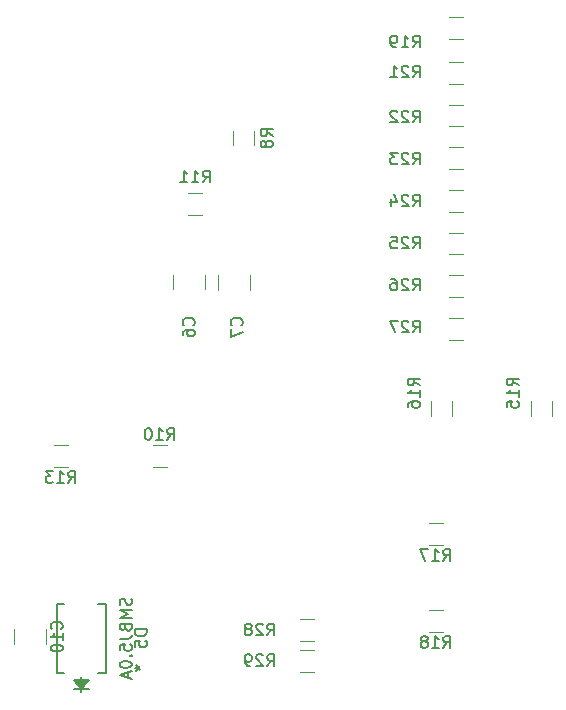
<source format=gbr>
%TF.GenerationSoftware,KiCad,Pcbnew,5.0.2-bee76a0~70~ubuntu16.04.1*%
%TF.CreationDate,2019-03-24T16:15:12-07:00*%
%TF.ProjectId,Pi_Breakout_Board,50695f42-7265-4616-9b6f-75745f426f61,rev?*%
%TF.SameCoordinates,Original*%
%TF.FileFunction,Legend,Bot*%
%TF.FilePolarity,Positive*%
%FSLAX46Y46*%
G04 Gerber Fmt 4.6, Leading zero omitted, Abs format (unit mm)*
G04 Created by KiCad (PCBNEW 5.0.2-bee76a0~70~ubuntu16.04.1) date Sun 24 Mar 2019 04:15:12 PM PDT*
%MOMM*%
%LPD*%
G01*
G04 APERTURE LIST*
%ADD10C,0.120000*%
%ADD11C,0.152400*%
%ADD12C,0.150000*%
G04 APERTURE END LIST*
D10*
%TO.C,C6*%
X73496000Y-109125936D02*
X73496000Y-110330064D01*
X70776000Y-109125936D02*
X70776000Y-110330064D01*
%TO.C,C7*%
X74586000Y-109162436D02*
X74586000Y-110366564D01*
X77306000Y-109162436D02*
X77306000Y-110366564D01*
%TO.C,C10*%
X60033999Y-140338564D02*
X60033999Y-139134436D01*
X57313999Y-140338564D02*
X57313999Y-139134436D01*
%TO.C,R8*%
X77618000Y-98138064D02*
X77618000Y-96933936D01*
X75798000Y-98138064D02*
X75798000Y-96933936D01*
%TO.C,R10*%
X70234564Y-123550000D02*
X69030436Y-123550000D01*
X70234564Y-125370000D02*
X69030436Y-125370000D01*
%TO.C,R11*%
X73246064Y-104034000D02*
X72041936Y-104034000D01*
X73246064Y-102214000D02*
X72041936Y-102214000D01*
%TO.C,R13*%
X60648436Y-123550000D02*
X61852564Y-123550000D01*
X60648436Y-125370000D02*
X61852564Y-125370000D01*
%TO.C,R15*%
X102885000Y-121034564D02*
X102885000Y-119830436D01*
X101065000Y-121034564D02*
X101065000Y-119830436D01*
%TO.C,R16*%
X92562000Y-121034564D02*
X92562000Y-119830436D01*
X94382000Y-121034564D02*
X94382000Y-119830436D01*
%TO.C,R17*%
X92397936Y-130154000D02*
X93602064Y-130154000D01*
X92397936Y-131974000D02*
X93602064Y-131974000D01*
%TO.C,R18*%
X92398436Y-137520000D02*
X93602564Y-137520000D01*
X92398436Y-139340000D02*
X93602564Y-139340000D01*
%TO.C,R19*%
X94085436Y-89110000D02*
X95289564Y-89110000D01*
X94085436Y-87290000D02*
X95289564Y-87290000D01*
%TO.C,R21*%
X94106345Y-92931189D02*
X95310473Y-92931189D01*
X94106345Y-91111189D02*
X95310473Y-91111189D01*
%TO.C,R22*%
X94106345Y-94721617D02*
X95310473Y-94721617D01*
X94106345Y-96541617D02*
X95310473Y-96541617D01*
%TO.C,R23*%
X94106345Y-100152045D02*
X95310473Y-100152045D01*
X94106345Y-98332045D02*
X95310473Y-98332045D01*
%TO.C,R24*%
X94106345Y-103762473D02*
X95310473Y-103762473D01*
X94106345Y-101942473D02*
X95310473Y-101942473D01*
%TO.C,R25*%
X94106345Y-107372901D02*
X95310473Y-107372901D01*
X94106345Y-105552901D02*
X95310473Y-105552901D01*
%TO.C,R26*%
X94106345Y-109163333D02*
X95310473Y-109163333D01*
X94106345Y-110983333D02*
X95310473Y-110983333D01*
%TO.C,R27*%
X94085436Y-114605333D02*
X95289564Y-114605333D01*
X94085436Y-112785333D02*
X95289564Y-112785333D01*
%TO.C,R28*%
X82693284Y-140102000D02*
X81489156Y-140102000D01*
X82693284Y-138282000D02*
X81489156Y-138282000D01*
%TO.C,R29*%
X81501656Y-142703457D02*
X82705784Y-142703457D01*
X81501656Y-140883457D02*
X82705784Y-140883457D01*
D11*
%TO.C,D5*%
X64416940Y-136956800D02*
X65087500Y-136956800D01*
X61567060Y-142798800D02*
X60896500Y-142798800D01*
X65087500Y-142798800D02*
X64416940Y-142798800D01*
X65087500Y-136956800D02*
X65087500Y-142798800D01*
X60896500Y-136956800D02*
X61567060Y-136956800D01*
X60896500Y-142798800D02*
X60896500Y-136956800D01*
X63627000Y-143433800D02*
X62357000Y-143433800D01*
X62992000Y-144195800D02*
X62865000Y-143433800D01*
X62992000Y-144195800D02*
X62738000Y-143433800D01*
X62992000Y-144195800D02*
X62611000Y-143433800D01*
X62992000Y-144195800D02*
X62484000Y-143433800D01*
X62992000Y-144195800D02*
X62357000Y-143433800D01*
X62992000Y-144195800D02*
X63119000Y-143433800D01*
X62992000Y-144195800D02*
X63246000Y-143433800D01*
X62992000Y-144195800D02*
X63373000Y-143433800D01*
X62992000Y-144195800D02*
X63500000Y-143433800D01*
X62992000Y-144195800D02*
X63627000Y-143433800D01*
X63627000Y-144195800D02*
X62357000Y-144195800D01*
X62992000Y-143179800D02*
X62992000Y-144449800D01*
%TO.C,C6*%
D12*
X72493142Y-113371333D02*
X72540761Y-113323714D01*
X72588380Y-113180857D01*
X72588380Y-113085619D01*
X72540761Y-112942761D01*
X72445523Y-112847523D01*
X72350285Y-112799904D01*
X72159809Y-112752285D01*
X72016952Y-112752285D01*
X71826476Y-112799904D01*
X71731238Y-112847523D01*
X71636000Y-112942761D01*
X71588380Y-113085619D01*
X71588380Y-113180857D01*
X71636000Y-113323714D01*
X71683619Y-113371333D01*
X71588380Y-114228476D02*
X71588380Y-114038000D01*
X71636000Y-113942761D01*
X71683619Y-113895142D01*
X71826476Y-113799904D01*
X72016952Y-113752285D01*
X72397904Y-113752285D01*
X72493142Y-113799904D01*
X72540761Y-113847523D01*
X72588380Y-113942761D01*
X72588380Y-114133238D01*
X72540761Y-114228476D01*
X72493142Y-114276095D01*
X72397904Y-114323714D01*
X72159809Y-114323714D01*
X72064571Y-114276095D01*
X72016952Y-114228476D01*
X71969333Y-114133238D01*
X71969333Y-113942761D01*
X72016952Y-113847523D01*
X72064571Y-113799904D01*
X72159809Y-113752285D01*
%TO.C,C7*%
X76557142Y-113371333D02*
X76604761Y-113323714D01*
X76652380Y-113180857D01*
X76652380Y-113085619D01*
X76604761Y-112942761D01*
X76509523Y-112847523D01*
X76414285Y-112799904D01*
X76223809Y-112752285D01*
X76080952Y-112752285D01*
X75890476Y-112799904D01*
X75795238Y-112847523D01*
X75700000Y-112942761D01*
X75652380Y-113085619D01*
X75652380Y-113180857D01*
X75700000Y-113323714D01*
X75747619Y-113371333D01*
X75652380Y-113704666D02*
X75652380Y-114371333D01*
X76652380Y-113942761D01*
%TO.C,C10*%
X61311141Y-139093642D02*
X61358760Y-139046023D01*
X61406379Y-138903166D01*
X61406379Y-138807928D01*
X61358760Y-138665071D01*
X61263522Y-138569833D01*
X61168284Y-138522214D01*
X60977808Y-138474595D01*
X60834951Y-138474595D01*
X60644475Y-138522214D01*
X60549237Y-138569833D01*
X60453999Y-138665071D01*
X60406379Y-138807928D01*
X60406379Y-138903166D01*
X60453999Y-139046023D01*
X60501618Y-139093642D01*
X61406379Y-140046023D02*
X61406379Y-139474595D01*
X61406379Y-139760309D02*
X60406379Y-139760309D01*
X60549237Y-139665071D01*
X60644475Y-139569833D01*
X60692094Y-139474595D01*
X60406379Y-140665071D02*
X60406379Y-140760309D01*
X60453999Y-140855547D01*
X60501618Y-140903166D01*
X60596856Y-140950785D01*
X60787332Y-140998404D01*
X61025427Y-140998404D01*
X61215903Y-140950785D01*
X61311141Y-140903166D01*
X61358760Y-140855547D01*
X61406379Y-140760309D01*
X61406379Y-140665071D01*
X61358760Y-140569833D01*
X61311141Y-140522214D01*
X61215903Y-140474595D01*
X61025427Y-140426976D01*
X60787332Y-140426976D01*
X60596856Y-140474595D01*
X60501618Y-140522214D01*
X60453999Y-140569833D01*
X60406379Y-140665071D01*
%TO.C,R8*%
X79192380Y-97369333D02*
X78716190Y-97036000D01*
X79192380Y-96797904D02*
X78192380Y-96797904D01*
X78192380Y-97178857D01*
X78240000Y-97274095D01*
X78287619Y-97321714D01*
X78382857Y-97369333D01*
X78525714Y-97369333D01*
X78620952Y-97321714D01*
X78668571Y-97274095D01*
X78716190Y-97178857D01*
X78716190Y-96797904D01*
X78620952Y-97940761D02*
X78573333Y-97845523D01*
X78525714Y-97797904D01*
X78430476Y-97750285D01*
X78382857Y-97750285D01*
X78287619Y-97797904D01*
X78240000Y-97845523D01*
X78192380Y-97940761D01*
X78192380Y-98131238D01*
X78240000Y-98226476D01*
X78287619Y-98274095D01*
X78382857Y-98321714D01*
X78430476Y-98321714D01*
X78525714Y-98274095D01*
X78573333Y-98226476D01*
X78620952Y-98131238D01*
X78620952Y-97940761D01*
X78668571Y-97845523D01*
X78716190Y-97797904D01*
X78811428Y-97750285D01*
X79001904Y-97750285D01*
X79097142Y-97797904D01*
X79144761Y-97845523D01*
X79192380Y-97940761D01*
X79192380Y-98131238D01*
X79144761Y-98226476D01*
X79097142Y-98274095D01*
X79001904Y-98321714D01*
X78811428Y-98321714D01*
X78716190Y-98274095D01*
X78668571Y-98226476D01*
X78620952Y-98131238D01*
%TO.C,R10*%
X70275357Y-123092380D02*
X70608690Y-122616190D01*
X70846785Y-123092380D02*
X70846785Y-122092380D01*
X70465833Y-122092380D01*
X70370595Y-122140000D01*
X70322976Y-122187619D01*
X70275357Y-122282857D01*
X70275357Y-122425714D01*
X70322976Y-122520952D01*
X70370595Y-122568571D01*
X70465833Y-122616190D01*
X70846785Y-122616190D01*
X69322976Y-123092380D02*
X69894404Y-123092380D01*
X69608690Y-123092380D02*
X69608690Y-122092380D01*
X69703928Y-122235238D01*
X69799166Y-122330476D01*
X69894404Y-122378095D01*
X68703928Y-122092380D02*
X68608690Y-122092380D01*
X68513452Y-122140000D01*
X68465833Y-122187619D01*
X68418214Y-122282857D01*
X68370595Y-122473333D01*
X68370595Y-122711428D01*
X68418214Y-122901904D01*
X68465833Y-122997142D01*
X68513452Y-123044761D01*
X68608690Y-123092380D01*
X68703928Y-123092380D01*
X68799166Y-123044761D01*
X68846785Y-122997142D01*
X68894404Y-122901904D01*
X68942023Y-122711428D01*
X68942023Y-122473333D01*
X68894404Y-122282857D01*
X68846785Y-122187619D01*
X68799166Y-122140000D01*
X68703928Y-122092380D01*
%TO.C,R11*%
X73286857Y-101290380D02*
X73620190Y-100814190D01*
X73858285Y-101290380D02*
X73858285Y-100290380D01*
X73477333Y-100290380D01*
X73382095Y-100338000D01*
X73334476Y-100385619D01*
X73286857Y-100480857D01*
X73286857Y-100623714D01*
X73334476Y-100718952D01*
X73382095Y-100766571D01*
X73477333Y-100814190D01*
X73858285Y-100814190D01*
X72334476Y-101290380D02*
X72905904Y-101290380D01*
X72620190Y-101290380D02*
X72620190Y-100290380D01*
X72715428Y-100433238D01*
X72810666Y-100528476D01*
X72905904Y-100576095D01*
X71382095Y-101290380D02*
X71953523Y-101290380D01*
X71667809Y-101290380D02*
X71667809Y-100290380D01*
X71763047Y-100433238D01*
X71858285Y-100528476D01*
X71953523Y-100576095D01*
%TO.C,R13*%
X61893357Y-126732380D02*
X62226690Y-126256190D01*
X62464785Y-126732380D02*
X62464785Y-125732380D01*
X62083833Y-125732380D01*
X61988595Y-125780000D01*
X61940976Y-125827619D01*
X61893357Y-125922857D01*
X61893357Y-126065714D01*
X61940976Y-126160952D01*
X61988595Y-126208571D01*
X62083833Y-126256190D01*
X62464785Y-126256190D01*
X60940976Y-126732380D02*
X61512404Y-126732380D01*
X61226690Y-126732380D02*
X61226690Y-125732380D01*
X61321928Y-125875238D01*
X61417166Y-125970476D01*
X61512404Y-126018095D01*
X60607642Y-125732380D02*
X59988595Y-125732380D01*
X60321928Y-126113333D01*
X60179071Y-126113333D01*
X60083833Y-126160952D01*
X60036214Y-126208571D01*
X59988595Y-126303809D01*
X59988595Y-126541904D01*
X60036214Y-126637142D01*
X60083833Y-126684761D01*
X60179071Y-126732380D01*
X60464785Y-126732380D01*
X60560023Y-126684761D01*
X60607642Y-126637142D01*
%TO.C,R15*%
X100020380Y-118483142D02*
X99544190Y-118149809D01*
X100020380Y-117911714D02*
X99020380Y-117911714D01*
X99020380Y-118292666D01*
X99068000Y-118387904D01*
X99115619Y-118435523D01*
X99210857Y-118483142D01*
X99353714Y-118483142D01*
X99448952Y-118435523D01*
X99496571Y-118387904D01*
X99544190Y-118292666D01*
X99544190Y-117911714D01*
X100020380Y-119435523D02*
X100020380Y-118864095D01*
X100020380Y-119149809D02*
X99020380Y-119149809D01*
X99163238Y-119054571D01*
X99258476Y-118959333D01*
X99306095Y-118864095D01*
X99020380Y-120340285D02*
X99020380Y-119864095D01*
X99496571Y-119816476D01*
X99448952Y-119864095D01*
X99401333Y-119959333D01*
X99401333Y-120197428D01*
X99448952Y-120292666D01*
X99496571Y-120340285D01*
X99591809Y-120387904D01*
X99829904Y-120387904D01*
X99925142Y-120340285D01*
X99972761Y-120292666D01*
X100020380Y-120197428D01*
X100020380Y-119959333D01*
X99972761Y-119864095D01*
X99925142Y-119816476D01*
%TO.C,R16*%
X91638380Y-118483142D02*
X91162190Y-118149809D01*
X91638380Y-117911714D02*
X90638380Y-117911714D01*
X90638380Y-118292666D01*
X90686000Y-118387904D01*
X90733619Y-118435523D01*
X90828857Y-118483142D01*
X90971714Y-118483142D01*
X91066952Y-118435523D01*
X91114571Y-118387904D01*
X91162190Y-118292666D01*
X91162190Y-117911714D01*
X91638380Y-119435523D02*
X91638380Y-118864095D01*
X91638380Y-119149809D02*
X90638380Y-119149809D01*
X90781238Y-119054571D01*
X90876476Y-118959333D01*
X90924095Y-118864095D01*
X90638380Y-120292666D02*
X90638380Y-120102190D01*
X90686000Y-120006952D01*
X90733619Y-119959333D01*
X90876476Y-119864095D01*
X91066952Y-119816476D01*
X91447904Y-119816476D01*
X91543142Y-119864095D01*
X91590761Y-119911714D01*
X91638380Y-120006952D01*
X91638380Y-120197428D01*
X91590761Y-120292666D01*
X91543142Y-120340285D01*
X91447904Y-120387904D01*
X91209809Y-120387904D01*
X91114571Y-120340285D01*
X91066952Y-120292666D01*
X91019333Y-120197428D01*
X91019333Y-120006952D01*
X91066952Y-119911714D01*
X91114571Y-119864095D01*
X91209809Y-119816476D01*
%TO.C,R17*%
X93642857Y-133336380D02*
X93976190Y-132860190D01*
X94214285Y-133336380D02*
X94214285Y-132336380D01*
X93833333Y-132336380D01*
X93738095Y-132384000D01*
X93690476Y-132431619D01*
X93642857Y-132526857D01*
X93642857Y-132669714D01*
X93690476Y-132764952D01*
X93738095Y-132812571D01*
X93833333Y-132860190D01*
X94214285Y-132860190D01*
X92690476Y-133336380D02*
X93261904Y-133336380D01*
X92976190Y-133336380D02*
X92976190Y-132336380D01*
X93071428Y-132479238D01*
X93166666Y-132574476D01*
X93261904Y-132622095D01*
X92357142Y-132336380D02*
X91690476Y-132336380D01*
X92119047Y-133336380D01*
%TO.C,R18*%
X93643357Y-140702380D02*
X93976690Y-140226190D01*
X94214785Y-140702380D02*
X94214785Y-139702380D01*
X93833833Y-139702380D01*
X93738595Y-139750000D01*
X93690976Y-139797619D01*
X93643357Y-139892857D01*
X93643357Y-140035714D01*
X93690976Y-140130952D01*
X93738595Y-140178571D01*
X93833833Y-140226190D01*
X94214785Y-140226190D01*
X92690976Y-140702380D02*
X93262404Y-140702380D01*
X92976690Y-140702380D02*
X92976690Y-139702380D01*
X93071928Y-139845238D01*
X93167166Y-139940476D01*
X93262404Y-139988095D01*
X92119547Y-140130952D02*
X92214785Y-140083333D01*
X92262404Y-140035714D01*
X92310023Y-139940476D01*
X92310023Y-139892857D01*
X92262404Y-139797619D01*
X92214785Y-139750000D01*
X92119547Y-139702380D01*
X91929071Y-139702380D01*
X91833833Y-139750000D01*
X91786214Y-139797619D01*
X91738595Y-139892857D01*
X91738595Y-139940476D01*
X91786214Y-140035714D01*
X91833833Y-140083333D01*
X91929071Y-140130952D01*
X92119547Y-140130952D01*
X92214785Y-140178571D01*
X92262404Y-140226190D01*
X92310023Y-140321428D01*
X92310023Y-140511904D01*
X92262404Y-140607142D01*
X92214785Y-140654761D01*
X92119547Y-140702380D01*
X91929071Y-140702380D01*
X91833833Y-140654761D01*
X91786214Y-140607142D01*
X91738595Y-140511904D01*
X91738595Y-140321428D01*
X91786214Y-140226190D01*
X91833833Y-140178571D01*
X91929071Y-140130952D01*
%TO.C,R19*%
X91066857Y-89860380D02*
X91400190Y-89384190D01*
X91638285Y-89860380D02*
X91638285Y-88860380D01*
X91257333Y-88860380D01*
X91162095Y-88908000D01*
X91114476Y-88955619D01*
X91066857Y-89050857D01*
X91066857Y-89193714D01*
X91114476Y-89288952D01*
X91162095Y-89336571D01*
X91257333Y-89384190D01*
X91638285Y-89384190D01*
X90114476Y-89860380D02*
X90685904Y-89860380D01*
X90400190Y-89860380D02*
X90400190Y-88860380D01*
X90495428Y-89003238D01*
X90590666Y-89098476D01*
X90685904Y-89146095D01*
X89638285Y-89860380D02*
X89447809Y-89860380D01*
X89352571Y-89812761D01*
X89304952Y-89765142D01*
X89209714Y-89622285D01*
X89162095Y-89431809D01*
X89162095Y-89050857D01*
X89209714Y-88955619D01*
X89257333Y-88908000D01*
X89352571Y-88860380D01*
X89543047Y-88860380D01*
X89638285Y-88908000D01*
X89685904Y-88955619D01*
X89733523Y-89050857D01*
X89733523Y-89288952D01*
X89685904Y-89384190D01*
X89638285Y-89431809D01*
X89543047Y-89479428D01*
X89352571Y-89479428D01*
X89257333Y-89431809D01*
X89209714Y-89384190D01*
X89162095Y-89288952D01*
%TO.C,R21*%
X91066857Y-92400380D02*
X91400190Y-91924190D01*
X91638285Y-92400380D02*
X91638285Y-91400380D01*
X91257333Y-91400380D01*
X91162095Y-91448000D01*
X91114476Y-91495619D01*
X91066857Y-91590857D01*
X91066857Y-91733714D01*
X91114476Y-91828952D01*
X91162095Y-91876571D01*
X91257333Y-91924190D01*
X91638285Y-91924190D01*
X90685904Y-91495619D02*
X90638285Y-91448000D01*
X90543047Y-91400380D01*
X90304952Y-91400380D01*
X90209714Y-91448000D01*
X90162095Y-91495619D01*
X90114476Y-91590857D01*
X90114476Y-91686095D01*
X90162095Y-91828952D01*
X90733523Y-92400380D01*
X90114476Y-92400380D01*
X89162095Y-92400380D02*
X89733523Y-92400380D01*
X89447809Y-92400380D02*
X89447809Y-91400380D01*
X89543047Y-91543238D01*
X89638285Y-91638476D01*
X89733523Y-91686095D01*
%TO.C,R22*%
X91066857Y-96210380D02*
X91400190Y-95734190D01*
X91638285Y-96210380D02*
X91638285Y-95210380D01*
X91257333Y-95210380D01*
X91162095Y-95258000D01*
X91114476Y-95305619D01*
X91066857Y-95400857D01*
X91066857Y-95543714D01*
X91114476Y-95638952D01*
X91162095Y-95686571D01*
X91257333Y-95734190D01*
X91638285Y-95734190D01*
X90685904Y-95305619D02*
X90638285Y-95258000D01*
X90543047Y-95210380D01*
X90304952Y-95210380D01*
X90209714Y-95258000D01*
X90162095Y-95305619D01*
X90114476Y-95400857D01*
X90114476Y-95496095D01*
X90162095Y-95638952D01*
X90733523Y-96210380D01*
X90114476Y-96210380D01*
X89733523Y-95305619D02*
X89685904Y-95258000D01*
X89590666Y-95210380D01*
X89352571Y-95210380D01*
X89257333Y-95258000D01*
X89209714Y-95305619D01*
X89162095Y-95400857D01*
X89162095Y-95496095D01*
X89209714Y-95638952D01*
X89781142Y-96210380D01*
X89162095Y-96210380D01*
%TO.C,R23*%
X91066857Y-99766380D02*
X91400190Y-99290190D01*
X91638285Y-99766380D02*
X91638285Y-98766380D01*
X91257333Y-98766380D01*
X91162095Y-98814000D01*
X91114476Y-98861619D01*
X91066857Y-98956857D01*
X91066857Y-99099714D01*
X91114476Y-99194952D01*
X91162095Y-99242571D01*
X91257333Y-99290190D01*
X91638285Y-99290190D01*
X90685904Y-98861619D02*
X90638285Y-98814000D01*
X90543047Y-98766380D01*
X90304952Y-98766380D01*
X90209714Y-98814000D01*
X90162095Y-98861619D01*
X90114476Y-98956857D01*
X90114476Y-99052095D01*
X90162095Y-99194952D01*
X90733523Y-99766380D01*
X90114476Y-99766380D01*
X89781142Y-98766380D02*
X89162095Y-98766380D01*
X89495428Y-99147333D01*
X89352571Y-99147333D01*
X89257333Y-99194952D01*
X89209714Y-99242571D01*
X89162095Y-99337809D01*
X89162095Y-99575904D01*
X89209714Y-99671142D01*
X89257333Y-99718761D01*
X89352571Y-99766380D01*
X89638285Y-99766380D01*
X89733523Y-99718761D01*
X89781142Y-99671142D01*
%TO.C,R24*%
X91066857Y-103322380D02*
X91400190Y-102846190D01*
X91638285Y-103322380D02*
X91638285Y-102322380D01*
X91257333Y-102322380D01*
X91162095Y-102370000D01*
X91114476Y-102417619D01*
X91066857Y-102512857D01*
X91066857Y-102655714D01*
X91114476Y-102750952D01*
X91162095Y-102798571D01*
X91257333Y-102846190D01*
X91638285Y-102846190D01*
X90685904Y-102417619D02*
X90638285Y-102370000D01*
X90543047Y-102322380D01*
X90304952Y-102322380D01*
X90209714Y-102370000D01*
X90162095Y-102417619D01*
X90114476Y-102512857D01*
X90114476Y-102608095D01*
X90162095Y-102750952D01*
X90733523Y-103322380D01*
X90114476Y-103322380D01*
X89257333Y-102655714D02*
X89257333Y-103322380D01*
X89495428Y-102274761D02*
X89733523Y-102989047D01*
X89114476Y-102989047D01*
%TO.C,R25*%
X91066857Y-106878380D02*
X91400190Y-106402190D01*
X91638285Y-106878380D02*
X91638285Y-105878380D01*
X91257333Y-105878380D01*
X91162095Y-105926000D01*
X91114476Y-105973619D01*
X91066857Y-106068857D01*
X91066857Y-106211714D01*
X91114476Y-106306952D01*
X91162095Y-106354571D01*
X91257333Y-106402190D01*
X91638285Y-106402190D01*
X90685904Y-105973619D02*
X90638285Y-105926000D01*
X90543047Y-105878380D01*
X90304952Y-105878380D01*
X90209714Y-105926000D01*
X90162095Y-105973619D01*
X90114476Y-106068857D01*
X90114476Y-106164095D01*
X90162095Y-106306952D01*
X90733523Y-106878380D01*
X90114476Y-106878380D01*
X89209714Y-105878380D02*
X89685904Y-105878380D01*
X89733523Y-106354571D01*
X89685904Y-106306952D01*
X89590666Y-106259333D01*
X89352571Y-106259333D01*
X89257333Y-106306952D01*
X89209714Y-106354571D01*
X89162095Y-106449809D01*
X89162095Y-106687904D01*
X89209714Y-106783142D01*
X89257333Y-106830761D01*
X89352571Y-106878380D01*
X89590666Y-106878380D01*
X89685904Y-106830761D01*
X89733523Y-106783142D01*
%TO.C,R26*%
X91066857Y-110434380D02*
X91400190Y-109958190D01*
X91638285Y-110434380D02*
X91638285Y-109434380D01*
X91257333Y-109434380D01*
X91162095Y-109482000D01*
X91114476Y-109529619D01*
X91066857Y-109624857D01*
X91066857Y-109767714D01*
X91114476Y-109862952D01*
X91162095Y-109910571D01*
X91257333Y-109958190D01*
X91638285Y-109958190D01*
X90685904Y-109529619D02*
X90638285Y-109482000D01*
X90543047Y-109434380D01*
X90304952Y-109434380D01*
X90209714Y-109482000D01*
X90162095Y-109529619D01*
X90114476Y-109624857D01*
X90114476Y-109720095D01*
X90162095Y-109862952D01*
X90733523Y-110434380D01*
X90114476Y-110434380D01*
X89257333Y-109434380D02*
X89447809Y-109434380D01*
X89543047Y-109482000D01*
X89590666Y-109529619D01*
X89685904Y-109672476D01*
X89733523Y-109862952D01*
X89733523Y-110243904D01*
X89685904Y-110339142D01*
X89638285Y-110386761D01*
X89543047Y-110434380D01*
X89352571Y-110434380D01*
X89257333Y-110386761D01*
X89209714Y-110339142D01*
X89162095Y-110243904D01*
X89162095Y-110005809D01*
X89209714Y-109910571D01*
X89257333Y-109862952D01*
X89352571Y-109815333D01*
X89543047Y-109815333D01*
X89638285Y-109862952D01*
X89685904Y-109910571D01*
X89733523Y-110005809D01*
%TO.C,R27*%
X91066857Y-113990380D02*
X91400190Y-113514190D01*
X91638285Y-113990380D02*
X91638285Y-112990380D01*
X91257333Y-112990380D01*
X91162095Y-113038000D01*
X91114476Y-113085619D01*
X91066857Y-113180857D01*
X91066857Y-113323714D01*
X91114476Y-113418952D01*
X91162095Y-113466571D01*
X91257333Y-113514190D01*
X91638285Y-113514190D01*
X90685904Y-113085619D02*
X90638285Y-113038000D01*
X90543047Y-112990380D01*
X90304952Y-112990380D01*
X90209714Y-113038000D01*
X90162095Y-113085619D01*
X90114476Y-113180857D01*
X90114476Y-113276095D01*
X90162095Y-113418952D01*
X90733523Y-113990380D01*
X90114476Y-113990380D01*
X89781142Y-112990380D02*
X89114476Y-112990380D01*
X89543047Y-113990380D01*
%TO.C,R28*%
X78746577Y-139644380D02*
X79079910Y-139168190D01*
X79318005Y-139644380D02*
X79318005Y-138644380D01*
X78937053Y-138644380D01*
X78841815Y-138692000D01*
X78794196Y-138739619D01*
X78746577Y-138834857D01*
X78746577Y-138977714D01*
X78794196Y-139072952D01*
X78841815Y-139120571D01*
X78937053Y-139168190D01*
X79318005Y-139168190D01*
X78365624Y-138739619D02*
X78318005Y-138692000D01*
X78222767Y-138644380D01*
X77984672Y-138644380D01*
X77889434Y-138692000D01*
X77841815Y-138739619D01*
X77794196Y-138834857D01*
X77794196Y-138930095D01*
X77841815Y-139072952D01*
X78413243Y-139644380D01*
X77794196Y-139644380D01*
X77222767Y-139072952D02*
X77318005Y-139025333D01*
X77365624Y-138977714D01*
X77413243Y-138882476D01*
X77413243Y-138834857D01*
X77365624Y-138739619D01*
X77318005Y-138692000D01*
X77222767Y-138644380D01*
X77032291Y-138644380D01*
X76937053Y-138692000D01*
X76889434Y-138739619D01*
X76841815Y-138834857D01*
X76841815Y-138882476D01*
X76889434Y-138977714D01*
X76937053Y-139025333D01*
X77032291Y-139072952D01*
X77222767Y-139072952D01*
X77318005Y-139120571D01*
X77365624Y-139168190D01*
X77413243Y-139263428D01*
X77413243Y-139453904D01*
X77365624Y-139549142D01*
X77318005Y-139596761D01*
X77222767Y-139644380D01*
X77032291Y-139644380D01*
X76937053Y-139596761D01*
X76889434Y-139549142D01*
X76841815Y-139453904D01*
X76841815Y-139263428D01*
X76889434Y-139168190D01*
X76937053Y-139120571D01*
X77032291Y-139072952D01*
%TO.C,R29*%
X78746577Y-142245837D02*
X79079910Y-141769647D01*
X79318005Y-142245837D02*
X79318005Y-141245837D01*
X78937053Y-141245837D01*
X78841815Y-141293457D01*
X78794196Y-141341076D01*
X78746577Y-141436314D01*
X78746577Y-141579171D01*
X78794196Y-141674409D01*
X78841815Y-141722028D01*
X78937053Y-141769647D01*
X79318005Y-141769647D01*
X78365624Y-141341076D02*
X78318005Y-141293457D01*
X78222767Y-141245837D01*
X77984672Y-141245837D01*
X77889434Y-141293457D01*
X77841815Y-141341076D01*
X77794196Y-141436314D01*
X77794196Y-141531552D01*
X77841815Y-141674409D01*
X78413243Y-142245837D01*
X77794196Y-142245837D01*
X77318005Y-142245837D02*
X77127529Y-142245837D01*
X77032291Y-142198218D01*
X76984672Y-142150599D01*
X76889434Y-142007742D01*
X76841815Y-141817266D01*
X76841815Y-141436314D01*
X76889434Y-141341076D01*
X76937053Y-141293457D01*
X77032291Y-141245837D01*
X77222767Y-141245837D01*
X77318005Y-141293457D01*
X77365624Y-141341076D01*
X77413243Y-141436314D01*
X77413243Y-141674409D01*
X77365624Y-141769647D01*
X77318005Y-141817266D01*
X77222767Y-141864885D01*
X77032291Y-141864885D01*
X76937053Y-141817266D01*
X76889434Y-141769647D01*
X76841815Y-141674409D01*
%TO.C,D5*%
X68524380Y-139139704D02*
X67524380Y-139139704D01*
X67524380Y-139377800D01*
X67572000Y-139520657D01*
X67667238Y-139615895D01*
X67762476Y-139663514D01*
X67952952Y-139711133D01*
X68095809Y-139711133D01*
X68286285Y-139663514D01*
X68381523Y-139615895D01*
X68476761Y-139520657D01*
X68524380Y-139377800D01*
X68524380Y-139139704D01*
X67524380Y-140615895D02*
X67524380Y-140139704D01*
X68000571Y-140092085D01*
X67952952Y-140139704D01*
X67905333Y-140234942D01*
X67905333Y-140473038D01*
X67952952Y-140568276D01*
X68000571Y-140615895D01*
X68095809Y-140663514D01*
X68333904Y-140663514D01*
X68429142Y-140615895D01*
X68476761Y-140568276D01*
X68524380Y-140473038D01*
X68524380Y-140234942D01*
X68476761Y-140139704D01*
X68429142Y-140092085D01*
X67206761Y-136520657D02*
X67254380Y-136663514D01*
X67254380Y-136901609D01*
X67206761Y-136996847D01*
X67159142Y-137044466D01*
X67063904Y-137092085D01*
X66968666Y-137092085D01*
X66873428Y-137044466D01*
X66825809Y-136996847D01*
X66778190Y-136901609D01*
X66730571Y-136711133D01*
X66682952Y-136615895D01*
X66635333Y-136568276D01*
X66540095Y-136520657D01*
X66444857Y-136520657D01*
X66349619Y-136568276D01*
X66302000Y-136615895D01*
X66254380Y-136711133D01*
X66254380Y-136949228D01*
X66302000Y-137092085D01*
X67254380Y-137520657D02*
X66254380Y-137520657D01*
X66968666Y-137853990D01*
X66254380Y-138187323D01*
X67254380Y-138187323D01*
X66730571Y-138996847D02*
X66778190Y-139139704D01*
X66825809Y-139187323D01*
X66921047Y-139234942D01*
X67063904Y-139234942D01*
X67159142Y-139187323D01*
X67206761Y-139139704D01*
X67254380Y-139044466D01*
X67254380Y-138663514D01*
X66254380Y-138663514D01*
X66254380Y-138996847D01*
X66302000Y-139092085D01*
X66349619Y-139139704D01*
X66444857Y-139187323D01*
X66540095Y-139187323D01*
X66635333Y-139139704D01*
X66682952Y-139092085D01*
X66730571Y-138996847D01*
X66730571Y-138663514D01*
X66254380Y-139949228D02*
X66968666Y-139949228D01*
X67111523Y-139901609D01*
X67206761Y-139806371D01*
X67254380Y-139663514D01*
X67254380Y-139568276D01*
X66254380Y-140901609D02*
X66254380Y-140425419D01*
X66730571Y-140377800D01*
X66682952Y-140425419D01*
X66635333Y-140520657D01*
X66635333Y-140758752D01*
X66682952Y-140853990D01*
X66730571Y-140901609D01*
X66825809Y-140949228D01*
X67063904Y-140949228D01*
X67159142Y-140901609D01*
X67206761Y-140853990D01*
X67254380Y-140758752D01*
X67254380Y-140520657D01*
X67206761Y-140425419D01*
X67159142Y-140377800D01*
X67159142Y-141377800D02*
X67206761Y-141425419D01*
X67254380Y-141377800D01*
X67206761Y-141330180D01*
X67159142Y-141377800D01*
X67254380Y-141377800D01*
X66254380Y-142044466D02*
X66254380Y-142139704D01*
X66302000Y-142234942D01*
X66349619Y-142282561D01*
X66444857Y-142330180D01*
X66635333Y-142377800D01*
X66873428Y-142377800D01*
X67063904Y-142330180D01*
X67159142Y-142282561D01*
X67206761Y-142234942D01*
X67254380Y-142139704D01*
X67254380Y-142044466D01*
X67206761Y-141949228D01*
X67159142Y-141901609D01*
X67063904Y-141853990D01*
X66873428Y-141806371D01*
X66635333Y-141806371D01*
X66444857Y-141853990D01*
X66349619Y-141901609D01*
X66302000Y-141949228D01*
X66254380Y-142044466D01*
X66968666Y-142758752D02*
X66968666Y-143234942D01*
X67254380Y-142663514D02*
X66254380Y-142996847D01*
X67254380Y-143330180D01*
X67524380Y-142417800D02*
X67762476Y-142417800D01*
X67667238Y-142179704D02*
X67762476Y-142417800D01*
X67667238Y-142655895D01*
X67952952Y-142274942D02*
X67762476Y-142417800D01*
X67952952Y-142560657D01*
%TD*%
M02*

</source>
